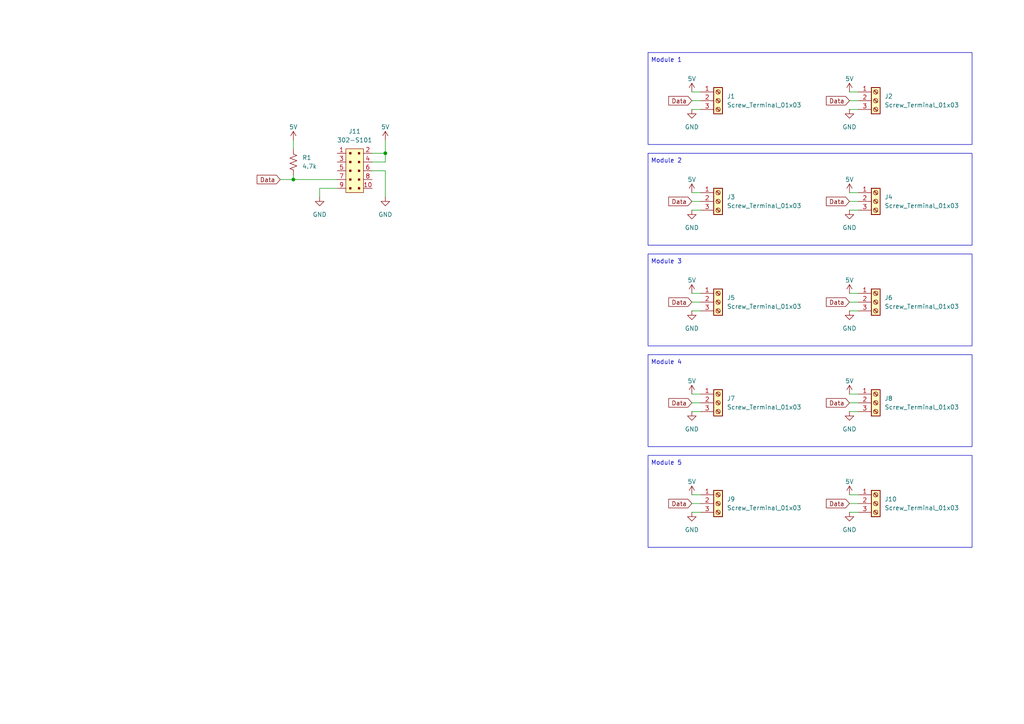
<source format=kicad_sch>
(kicad_sch (version 20231120) (generator "eeschema") (generator_version "8.0")
  (paper "A4")
  (lib_symbols
    (symbol "Connector:Screw_Terminal_01x03" (pin_names (offset 1.016) hide)
      (property "Reference" "J" (at 0 5.08 0))
      (property "Value" "Screw_Terminal_01x03" (at 0 -5.08 0))
      (symbol "Screw_Terminal_01x03_1_1"
        (rectangle (start -1.27 3.81) (end 1.27 -3.81) (stroke (width 0.254)) (fill (type background)))
        (circle (center 0 -2.54) (radius 0.635) (stroke (width 0.1524)))
        (polyline (pts (xy -0.5334 -2.2098) (xy 0.3302 -3.048)) (stroke (width 0.1524)))
        (polyline (pts (xy -0.5334 0.3302) (xy 0.3302 -0.508)) (stroke (width 0.1524)))
        (polyline (pts (xy -0.5334 2.8702) (xy 0.3302 2.032)) (stroke (width 0.1524)))
        (polyline (pts (xy -0.3556 -2.032) (xy 0.508 -2.8702)) (stroke (width 0.1524)))
        (polyline (pts (xy -0.3556 0.508) (xy 0.508 -0.3302)) (stroke (width 0.1524)))
        (polyline (pts (xy -0.3556 3.048) (xy 0.508 2.2098)) (stroke (width 0.1524)))
        (circle (center 0 0) (radius 0.635) (stroke (width 0.1524)))
        (circle (center 0 2.54) (radius 0.635) (stroke (width 0.1524)))
        (pin passive line (at -5.08 2.54 0) (length 3.81) (name "Pin_1") (number "1"))
        (pin passive line (at -5.08 0 0) (length 3.81) (name "Pin_2") (number "2"))
        (pin passive line (at -5.08 -2.54 0) (length 3.81) (name "Pin_3") (number "3"))
      )
    )
    (symbol "SparkFun-PowerSymbol:5V" (power) (pin_names (offset 0))
      (property "Value" "5V" (at 0 3.81 0))
      (symbol "5V_0_1"
        (polyline (pts (xy -0.762 1.27) (xy 0 2.54)))
        (polyline (pts (xy 0 0) (xy 0 2.54)))
        (polyline (pts (xy 0 2.54) (xy 0.762 1.27)))
      )
      (symbol "5V_1_1"
        (pin power_in line (at 0 0 90) (length 0) hide (name "5V") (number "1"))
      )
    )
    (symbol "SparkFun-Resistor:4.7k_0402" (pin_numbers hide) (pin_names (offset 0))
      (property "Reference" "R" (at 0 -2.54 0))
      (property "Value" "4.7k" (at 0 2.54 0))
      (symbol "4.7k_0402_0_1"
        (polyline (pts (xy -2.286 0) (xy -2.54 0)))
        (polyline (pts (xy 2.286 0) (xy 2.54 0)))
        (polyline (pts (xy -0.762 0) (xy -1.143 -1.016) (xy -1.524 0) (xy -1.905 1.016) (xy -2.286 0)))
        (polyline (pts (xy 0.762 0) (xy 0.381 -1.016) (xy 0 0) (xy -0.381 1.016) (xy -0.762 0)))
        (polyline (pts (xy 2.286 0) (xy 1.905 -1.016) (xy 1.524 0) (xy 1.143 1.016) (xy 0.762 0)))
      )
      (symbol "4.7k_0402_1_1"
        (pin passive line (at 3.81 0 180) (length 1.27) (name "~") (number "1"))
        (pin passive line (at -3.81 0 0) (length 1.27) (name "~") (number "2"))
      )
    )
    (symbol "dk_Rectangular-Connectors-Headers-Male-Pins:302-S101" (pin_names (offset 1.016))
      (property "Reference" "J" (at -2.54 7.62 0))
      (property "Value" "302-S101" (at 0 -7.62 0))
      (symbol "302-S101_1_1"
        (rectangle (start -2.54 6.35) (end 2.54 -6.35) (fill (type background)))
        (rectangle (start -1.524 -4.826) (end -1.016 -5.334) (fill (type outline)))
        (rectangle (start -1.524 -2.286) (end -1.016 -2.794) (fill (type outline)))
        (rectangle (start -1.524 0.254) (end -1.016 -0.254) (fill (type outline)))
        (rectangle (start -1.524 2.794) (end -1.016 2.286) (fill (type outline)))
        (rectangle (start -1.524 5.334) (end -1.016 4.826) (fill (type outline)))
        (rectangle (start 1.016 -4.826) (end 1.524 -5.334) (fill (type outline)))
        (rectangle (start 1.016 -2.286) (end 1.524 -2.794) (fill (type outline)))
        (rectangle (start 1.016 0.254) (end 1.524 -0.254) (fill (type outline)))
        (rectangle (start 1.016 2.794) (end 1.524 2.286) (fill (type outline)))
        (rectangle (start 1.016 5.334) (end 1.524 4.826) (fill (type outline)))
        (pin passive line (at -5.08 5.08 0) (length 2.54) (name "~") (number "1"))
        (pin passive line (at 5.08 -5.08 180) (length 2.54) (name "~") (number "10"))
        (pin passive line (at 5.08 5.08 180) (length 2.54) (name "~") (number "2"))
        (pin passive line (at -5.08 2.54 0) (length 2.54) (name "~") (number "3"))
        (pin passive line (at 5.08 2.54 180) (length 2.54) (name "~") (number "4"))
        (pin passive line (at -5.08 0 0) (length 2.54) (name "~") (number "5"))
        (pin passive line (at 5.08 0 180) (length 2.54) (name "~") (number "6"))
        (pin passive line (at -5.08 -2.54 0) (length 2.54) (name "~") (number "7"))
        (pin passive line (at 5.08 -2.54 180) (length 2.54) (name "~") (number "8"))
        (pin passive line (at -5.08 -5.08 0) (length 2.54) (name "~") (number "9"))
      )
    )
    (symbol "power:GND" (power) (pin_numbers hide) (pin_names (offset 0) hide)
      (property "Value" "GND" (at 0 -3.81 0))
      (symbol "GND_0_1"
        (polyline (pts (xy 0 0) (xy 0 -1.27) (xy 1.27 -1.27) (xy 0 -2.54) (xy -1.27 -1.27) (xy 0 -1.27)))
      )
      (symbol "GND_1_1"
        (pin power_in line (at 0 0 270) (length 0) (name "~") (number "1"))
      )
    )
  )
  (junction (at 85.09 52.07))
  (junction (at 111.76 44.45))
  (wire (pts (xy 246.38 60.96) (xy 248.92 60.96)))
  (wire (pts (xy 200.66 87.63) (xy 203.2 87.63)))
  (wire (pts (xy 107.95 46.99) (xy 111.76 46.99)))
  (wire (pts (xy 92.71 54.61) (xy 97.79 54.61)))
  (wire (pts (xy 246.38 143.51) (xy 248.92 143.51)))
  (wire (pts (xy 200.66 90.17) (xy 203.2 90.17)))
  (wire (pts (xy 111.76 57.15) (xy 111.76 49.53)))
  (wire (pts (xy 246.38 26.67) (xy 248.92 26.67)))
  (wire (pts (xy 200.66 116.84) (xy 203.2 116.84)))
  (wire (pts (xy 200.66 148.59) (xy 203.2 148.59)))
  (wire (pts (xy 246.38 29.21) (xy 248.92 29.21)))
  (wire (pts (xy 246.38 90.17) (xy 248.92 90.17)))
  (wire (pts (xy 200.66 29.21) (xy 203.2 29.21)))
  (wire (pts (xy 200.66 119.38) (xy 203.2 119.38)))
  (wire (pts (xy 246.38 58.42) (xy 248.92 58.42)))
  (wire (pts (xy 200.66 55.88) (xy 203.2 55.88)))
  (wire (pts (xy 200.66 143.51) (xy 203.2 143.51)))
  (wire (pts (xy 246.38 85.09) (xy 248.92 85.09)))
  (wire (pts (xy 246.38 31.75) (xy 248.92 31.75)))
  (wire (pts (xy 107.95 49.53) (xy 111.76 49.53)))
  (wire (pts (xy 246.38 114.3) (xy 248.92 114.3)))
  (wire (pts (xy 200.66 60.96) (xy 203.2 60.96)))
  (wire (pts (xy 246.38 146.05) (xy 248.92 146.05)))
  (wire (pts (xy 81.28 52.07) (xy 85.09 52.07)))
  (wire (pts (xy 85.09 50.8) (xy 85.09 52.07)))
  (wire (pts (xy 246.38 55.88) (xy 248.92 55.88)))
  (wire (pts (xy 111.76 40.64) (xy 111.76 44.45)))
  (wire (pts (xy 246.38 148.59) (xy 248.92 148.59)))
  (wire (pts (xy 200.66 31.75) (xy 203.2 31.75)))
  (wire (pts (xy 200.66 114.3) (xy 203.2 114.3)))
  (wire (pts (xy 246.38 87.63) (xy 248.92 87.63)))
  (wire (pts (xy 85.09 52.07) (xy 97.79 52.07)))
  (wire (pts (xy 246.38 119.38) (xy 248.92 119.38)))
  (wire (pts (xy 200.66 58.42) (xy 203.2 58.42)))
  (wire (pts (xy 200.66 26.67) (xy 203.2 26.67)))
  (wire (pts (xy 85.09 40.64) (xy 85.09 43.18)))
  (wire (pts (xy 111.76 46.99) (xy 111.76 44.45)))
  (wire (pts (xy 246.38 116.84) (xy 248.92 116.84)))
  (wire (pts (xy 200.66 85.09) (xy 203.2 85.09)))
  (wire (pts (xy 92.71 57.15) (xy 92.71 54.61)))
  (wire (pts (xy 107.95 44.45) (xy 111.76 44.45)))
  (wire (pts (xy 200.66 146.05) (xy 203.2 146.05)))
  (rectangle (start 187.96 44.45) (end 281.94 71.12))
  (rectangle (start 187.96 73.66) (end 281.94 100.33))
  (rectangle (start 187.96 15.24) (end 281.94 41.91))
  (rectangle (start 187.96 132.08) (end 281.94 158.75))
  (rectangle (start 187.96 102.87) (end 281.94 129.54))
  (text "Module 2\n" (at 193.294 46.736 0) (effects (font (size 1.27 1.27))))
  (text "Module 3\n" (at 193.294 75.946 0) (effects (font (size 1.27 1.27))))
  (text "Module 5" (at 193.294 134.366 0) (effects (font (size 1.27 1.27))))
  (text "Module 4" (at 193.294 105.156 0) (effects (font (size 1.27 1.27))))
  (text "Module 1" (at 193.294 17.526 0) (effects (font (size 1.27 1.27))))
  (global_label "Data" (shape input) (at 200.66 116.84 180) (property "Intersheetrefs" "${INTERSHEET_REFS}" (effects (hide yes))))
  (global_label "Data" (shape input) (at 246.38 146.05 180) (property "Intersheetrefs" "${INTERSHEET_REFS}" (effects (hide yes))))
  (global_label "Data" (shape input) (at 200.66 146.05 180) (property "Intersheetrefs" "${INTERSHEET_REFS}" (effects (hide yes))))
  (global_label "Data" (shape input) (at 246.38 58.42 180) (property "Intersheetrefs" "${INTERSHEET_REFS}" (effects (hide yes))))
  (global_label "Data" (shape input) (at 200.66 29.21 180) (property "Intersheetrefs" "${INTERSHEET_REFS}" (effects (hide yes))))
  (global_label "Data" (shape input) (at 246.38 116.84 180) (property "Intersheetrefs" "${INTERSHEET_REFS}" (effects (hide yes))))
  (global_label "Data" (shape input) (at 200.66 87.63 180) (property "Intersheetrefs" "${INTERSHEET_REFS}" (effects (hide yes))))
  (global_label "Data" (shape input) (at 200.66 58.42 180) (property "Intersheetrefs" "${INTERSHEET_REFS}" (effects (hide yes))))
  (global_label "Data" (shape input) (at 246.38 87.63 180) (property "Intersheetrefs" "${INTERSHEET_REFS}" (effects (hide yes))))
  (global_label "Data" (shape input) (at 246.38 29.21 180) (property "Intersheetrefs" "${INTERSHEET_REFS}" (effects (hide yes))))
  (global_label "Data" (shape input) (at 81.28 52.07 180) (property "Intersheetrefs" "${INTERSHEET_REFS}" (effects (hide yes))))
  (symbol (lib_id "SparkFun-PowerSymbol:5V") (at 200.66 55.88 0) (unit 1)
    (property "Reference" "#PWR08" (effects (hide yes)))
    (property "Value" "5V" (at 200.66 52.07 0))
    (property "Description" "Power symbol creates a global label with name \"5V\"" (effects (hide yes)))
  )
  (symbol (lib_id "power:GND") (at 200.66 148.59 0) (unit 1)
    (property "Reference" "#PWR021" (effects (hide yes)))
    (property "Value" "GND" (at 200.66 153.67 0))
    (property "Description" "Power symbol creates a global label with name \"GND\" , ground" (effects (hide yes)))
  )
  (symbol (lib_id "power:GND") (at 246.38 119.38 0) (unit 1)
    (property "Reference" "#PWR019" (effects (hide yes)))
    (property "Value" "GND" (at 246.38 124.46 0))
    (property "Description" "Power symbol creates a global label with name \"GND\" , ground" (effects (hide yes)))
  )
  (symbol (lib_id "power:GND") (at 246.38 148.59 0) (unit 1)
    (property "Reference" "#PWR023" (effects (hide yes)))
    (property "Value" "GND" (at 246.38 153.67 0))
    (property "Description" "Power symbol creates a global label with name \"GND\" , ground" (effects (hide yes)))
  )
  (symbol (lib_id "SparkFun-PowerSymbol:5V") (at 246.38 85.09 0) (unit 1)
    (property "Reference" "#PWR014" (effects (hide yes)))
    (property "Value" "5V" (at 246.38 81.28 0))
    (property "Description" "Power symbol creates a global label with name \"5V\"" (effects (hide yes)))
  )
  (symbol (lib_id "SparkFun-PowerSymbol:5V") (at 111.76 40.64 0) (unit 1)
    (property "Reference" "#PWR01" (effects (hide yes)))
    (property "Value" "5V" (at 111.76 36.83 0))
    (property "Description" "Power symbol creates a global label with name \"5V\"" (effects (hide yes)))
  )
  (symbol (lib_id "Connector:Screw_Terminal_01x03") (at 254 146.05 0) (unit 1)
    (property "Reference" "J10" (at 256.54 144.7799 0) (effects (justify left)))
    (property "Value" "Screw_Terminal_01x03" (at 256.54 147.3199 0) (effects (justify left)))
    (property "Footprint" "TerminalBlock:TerminalBlock_Xinya_XY308-2.54-3P_1x03_P2.54mm_Horizontal" (effects (hide yes)))
    (property "Description" "Generic screw terminal, single row, 01x03, script generated (kicad-library-utils/schlib/autogen/connector/)" (effects (hide yes)))
  )
  (symbol (lib_id "SparkFun-Resistor:4.7k_0402") (at 85.09 46.99 90) (unit 1)
    (property "Reference" "R1" (at 87.63 45.7199 90) (effects (justify right)))
    (property "Value" "4.7k" (at 87.63 48.2599 90) (effects (justify right)))
    (property "Footprint" "Resistor_THT:R_Axial_DIN0207_L6.3mm_D2.5mm_P10.16mm_Horizontal" (effects (hide yes)))
    (property "Datasheet" "https://www.vishay.com/docs/20035/dcrcwe3.pdf" (effects (hide yes)))
    (property "Description" "Resistor" (effects (hide yes)))
    (property "PROD_ID" "RES-15343" (effects (hide yes)))
  )
  (symbol (lib_id "Connector:Screw_Terminal_01x03") (at 254 116.84 0) (unit 1)
    (property "Reference" "J8" (at 256.54 115.5699 0) (effects (justify left)))
    (property "Value" "Screw_Terminal_01x03" (at 256.54 118.1099 0) (effects (justify left)))
    (property "Footprint" "TerminalBlock:TerminalBlock_Xinya_XY308-2.54-3P_1x03_P2.54mm_Horizontal" (effects (hide yes)))
    (property "Description" "Generic screw terminal, single row, 01x03, script generated (kicad-library-utils/schlib/autogen/connector/)" (effects (hide yes)))
  )
  (symbol (lib_id "Connector:Screw_Terminal_01x03") (at 208.28 87.63 0) (unit 1)
    (property "Reference" "J5" (at 210.82 86.3599 0) (effects (justify left)))
    (property "Value" "Screw_Terminal_01x03" (at 210.82 88.8999 0) (effects (justify left)))
    (property "Footprint" "TerminalBlock:TerminalBlock_Xinya_XY308-2.54-3P_1x03_P2.54mm_Horizontal" (effects (hide yes)))
    (property "Description" "Generic screw terminal, single row, 01x03, script generated (kicad-library-utils/schlib/autogen/connector/)" (effects (hide yes)))
  )
  (symbol (lib_id "power:GND") (at 111.76 57.15 0) (unit 1)
    (property "Reference" "#PWR02" (effects (hide yes)))
    (property "Value" "GND" (at 111.76 62.23 0))
    (property "Description" "Power symbol creates a global label with name \"GND\" , ground" (effects (hide yes)))
  )
  (symbol (lib_id "SparkFun-PowerSymbol:5V") (at 200.66 114.3 0) (unit 1)
    (property "Reference" "#PWR016" (effects (hide yes)))
    (property "Value" "5V" (at 200.66 110.49 0))
    (property "Description" "Power symbol creates a global label with name \"5V\"" (effects (hide yes)))
  )
  (symbol (lib_id "power:GND") (at 246.38 60.96 0) (unit 1)
    (property "Reference" "#PWR011" (effects (hide yes)))
    (property "Value" "GND" (at 246.38 66.04 0))
    (property "Description" "Power symbol creates a global label with name \"GND\" , ground" (effects (hide yes)))
  )
  (symbol (lib_id "Connector:Screw_Terminal_01x03") (at 254 29.21 0) (unit 1)
    (property "Reference" "J2" (at 256.54 27.9399 0) (effects (justify left)))
    (property "Value" "Screw_Terminal_01x03" (at 256.54 30.4799 0) (effects (justify left)))
    (property "Footprint" "TerminalBlock:TerminalBlock_Xinya_XY308-2.54-3P_1x03_P2.54mm_Horizontal" (effects (hide yes)))
    (property "Description" "Generic screw terminal, single row, 01x03, script generated (kicad-library-utils/schlib/autogen/connector/)" (effects (hide yes)))
  )
  (symbol (lib_id "SparkFun-PowerSymbol:5V") (at 200.66 143.51 0) (unit 1)
    (property "Reference" "#PWR020" (effects (hide yes)))
    (property "Value" "5V" (at 200.66 139.7 0))
    (property "Description" "Power symbol creates a global label with name \"5V\"" (effects (hide yes)))
  )
  (symbol (lib_id "Connector:Screw_Terminal_01x03") (at 254 87.63 0) (unit 1)
    (property "Reference" "J6" (at 256.54 86.3599 0) (effects (justify left)))
    (property "Value" "Screw_Terminal_01x03" (at 256.54 88.8999 0) (effects (justify left)))
    (property "Footprint" "TerminalBlock:TerminalBlock_Xinya_XY308-2.54-3P_1x03_P2.54mm_Horizontal" (effects (hide yes)))
    (property "Description" "Generic screw terminal, single row, 01x03, script generated (kicad-library-utils/schlib/autogen/connector/)" (effects (hide yes)))
  )
  (symbol (lib_id "power:GND") (at 200.66 119.38 0) (unit 1)
    (property "Reference" "#PWR017" (effects (hide yes)))
    (property "Value" "GND" (at 200.66 124.46 0))
    (property "Description" "Power symbol creates a global label with name \"GND\" , ground" (effects (hide yes)))
  )
  (symbol (lib_id "SparkFun-PowerSymbol:5V") (at 200.66 85.09 0) (unit 1)
    (property "Reference" "#PWR012" (effects (hide yes)))
    (property "Value" "5V" (at 200.66 81.28 0))
    (property "Description" "Power symbol creates a global label with name \"5V\"" (effects (hide yes)))
  )
  (symbol (lib_id "Connector:Screw_Terminal_01x03") (at 208.28 116.84 0) (unit 1)
    (property "Reference" "J7" (at 210.82 115.5699 0) (effects (justify left)))
    (property "Value" "Screw_Terminal_01x03" (at 210.82 118.1099 0) (effects (justify left)))
    (property "Footprint" "TerminalBlock:TerminalBlock_Xinya_XY308-2.54-3P_1x03_P2.54mm_Horizontal" (effects (hide yes)))
    (property "Description" "Generic screw terminal, single row, 01x03, script generated (kicad-library-utils/schlib/autogen/connector/)" (effects (hide yes)))
  )
  (symbol (lib_id "power:GND") (at 92.71 57.15 0) (unit 1)
    (property "Reference" "#PWR03" (effects (hide yes)))
    (property "Value" "GND" (at 92.71 62.23 0))
    (property "Description" "Power symbol creates a global label with name \"GND\" , ground" (effects (hide yes)))
  )
  (symbol (lib_id "dk_Rectangular-Connectors-Headers-Male-Pins:302-S101") (at 102.87 49.53 0) (unit 1)
    (property "Reference" "J11" (at 102.87 38.1 0))
    (property "Value" "302-S101" (at 102.87 40.64 0))
    (property "Footprint" "digikey-footprints:PinHeader_2x5_P2.54mm_Drill1.2mm" (effects (hide yes)))
    (property "Datasheet" "http://www.on-shore.com/wp-content/uploads/2018/04/302-SXX1.pdf" (effects (hide yes)))
    (property "Description" "CONN HEADER VERT 10POS 2.54MM" (effects (hide yes)))
    (property "Digi-Key_PN" "ED1543-ND" (effects (hide yes)))
    (property "MPN" "302-S101" (effects (hide yes)))
    (property "Category" "Connectors, Interconnects" (effects (hide yes)))
    (property "Family" "Rectangular Connectors - Headers, Male Pins" (effects (hide yes)))
    (property "DK_Datasheet_Link" "http://www.on-shore.com/wp-content/uploads/2018/04/302-SXX1.pdf" (effects (hide yes)))
    (property "DK_Detail_Page" "/product-detail/en/on-shore-technology-inc/302-S101/ED1543-ND/2178422" (effects (hide yes)))
    (property "Description_1" "CONN HEADER VERT 10POS 2.54MM" (effects (hide yes)))
    (property "Manufacturer" "On Shore Technology Inc." (effects (hide yes)))
    (property "Status" "Active" (effects (hide yes)))
  )
  (symbol (lib_id "Connector:Screw_Terminal_01x03") (at 208.28 29.21 0) (unit 1)
    (property "Reference" "J1" (at 210.82 27.9399 0) (effects (justify left)))
    (property "Value" "Screw_Terminal_01x03" (at 210.82 30.4799 0) (effects (justify left)))
    (property "Footprint" "TerminalBlock:TerminalBlock_Xinya_XY308-2.54-3P_1x03_P2.54mm_Horizontal" (effects (hide yes)))
    (property "Description" "Generic screw terminal, single row, 01x03, script generated (kicad-library-utils/schlib/autogen/connector/)" (effects (hide yes)))
  )
  (symbol (lib_id "SparkFun-PowerSymbol:5V") (at 246.38 26.67 0) (unit 1)
    (property "Reference" "#PWR05" (effects (hide yes)))
    (property "Value" "5V" (at 246.38 22.86 0))
    (property "Description" "Power symbol creates a global label with name \"5V\"" (effects (hide yes)))
  )
  (symbol (lib_id "power:GND") (at 200.66 90.17 0) (unit 1)
    (property "Reference" "#PWR013" (effects (hide yes)))
    (property "Value" "GND" (at 200.66 95.25 0))
    (property "Description" "Power symbol creates a global label with name \"GND\" , ground" (effects (hide yes)))
  )
  (symbol (lib_id "SparkFun-PowerSymbol:5V") (at 246.38 114.3 0) (unit 1)
    (property "Reference" "#PWR018" (effects (hide yes)))
    (property "Value" "5V" (at 246.38 110.49 0))
    (property "Description" "Power symbol creates a global label with name \"5V\"" (effects (hide yes)))
  )
  (symbol (lib_id "power:GND") (at 246.38 90.17 0) (unit 1)
    (property "Reference" "#PWR015" (effects (hide yes)))
    (property "Value" "GND" (at 246.38 95.25 0))
    (property "Description" "Power symbol creates a global label with name \"GND\" , ground" (effects (hide yes)))
  )
  (symbol (lib_id "Connector:Screw_Terminal_01x03") (at 208.28 146.05 0) (unit 1)
    (property "Reference" "J9" (at 210.82 144.7799 0) (effects (justify left)))
    (property "Value" "Screw_Terminal_01x03" (at 210.82 147.3199 0) (effects (justify left)))
    (property "Footprint" "TerminalBlock:TerminalBlock_Xinya_XY308-2.54-3P_1x03_P2.54mm_Horizontal" (effects (hide yes)))
    (property "Description" "Generic screw terminal, single row, 01x03, script generated (kicad-library-utils/schlib/autogen/connector/)" (effects (hide yes)))
  )
  (symbol (lib_id "power:GND") (at 246.38 31.75 0) (unit 1)
    (property "Reference" "#PWR07" (effects (hide yes)))
    (property "Value" "GND" (at 246.38 36.83 0))
    (property "Description" "Power symbol creates a global label with name \"GND\" , ground" (effects (hide yes)))
  )
  (symbol (lib_id "Connector:Screw_Terminal_01x03") (at 208.28 58.42 0) (unit 1)
    (property "Reference" "J3" (at 210.82 57.1499 0) (effects (justify left)))
    (property "Value" "Screw_Terminal_01x03" (at 210.82 59.6899 0) (effects (justify left)))
    (property "Footprint" "TerminalBlock:TerminalBlock_Xinya_XY308-2.54-3P_1x03_P2.54mm_Horizontal" (effects (hide yes)))
    (property "Description" "Generic screw terminal, single row, 01x03, script generated (kicad-library-utils/schlib/autogen/connector/)" (effects (hide yes)))
  )
  (symbol (lib_id "power:GND") (at 200.66 60.96 0) (unit 1)
    (property "Reference" "#PWR09" (effects (hide yes)))
    (property "Value" "GND" (at 200.66 66.04 0))
    (property "Description" "Power symbol creates a global label with name \"GND\" , ground" (effects (hide yes)))
  )
  (symbol (lib_id "SparkFun-PowerSymbol:5V") (at 246.38 143.51 0) (unit 1)
    (property "Reference" "#PWR022" (effects (hide yes)))
    (property "Value" "5V" (at 246.38 139.7 0))
    (property "Description" "Power symbol creates a global label with name \"5V\"" (effects (hide yes)))
  )
  (symbol (lib_id "SparkFun-PowerSymbol:5V") (at 85.09 40.64 0) (unit 1)
    (property "Reference" "#PWR024" (effects (hide yes)))
    (property "Value" "5V" (at 85.09 36.83 0))
    (property "Description" "Power symbol creates a global label with name \"5V\"" (effects (hide yes)))
  )
  (symbol (lib_id "Connector:Screw_Terminal_01x03") (at 254 58.42 0) (unit 1)
    (property "Reference" "J4" (at 256.54 57.1499 0) (effects (justify left)))
    (property "Value" "Screw_Terminal_01x03" (at 256.54 59.6899 0) (effects (justify left)))
    (property "Footprint" "TerminalBlock:TerminalBlock_Xinya_XY308-2.54-3P_1x03_P2.54mm_Horizontal" (effects (hide yes)))
    (property "Description" "Generic screw terminal, single row, 01x03, script generated (kicad-library-utils/schlib/autogen/connector/)" (effects (hide yes)))
  )
  (symbol (lib_id "SparkFun-PowerSymbol:5V") (at 246.38 55.88 0) (unit 1)
    (property "Reference" "#PWR010" (effects (hide yes)))
    (property "Value" "5V" (at 246.38 52.07 0))
    (property "Description" "Power symbol creates a global label with name \"5V\"" (effects (hide yes)))
  )
  (symbol (lib_id "SparkFun-PowerSymbol:5V") (at 200.66 26.67 0) (unit 1)
    (property "Reference" "#PWR04" (effects (hide yes)))
    (property "Value" "5V" (at 200.66 22.86 0))
    (property "Description" "Power symbol creates a global label with name \"5V\"" (effects (hide yes)))
  )
  (symbol (lib_id "power:GND") (at 200.66 31.75 0) (unit 1)
    (property "Reference" "#PWR06" (effects (hide yes)))
    (property "Value" "GND" (at 200.66 36.83 0))
    (property "Description" "Power symbol creates a global label with name \"GND\" , ground" (effects (hide yes)))
  )
)
</source>
